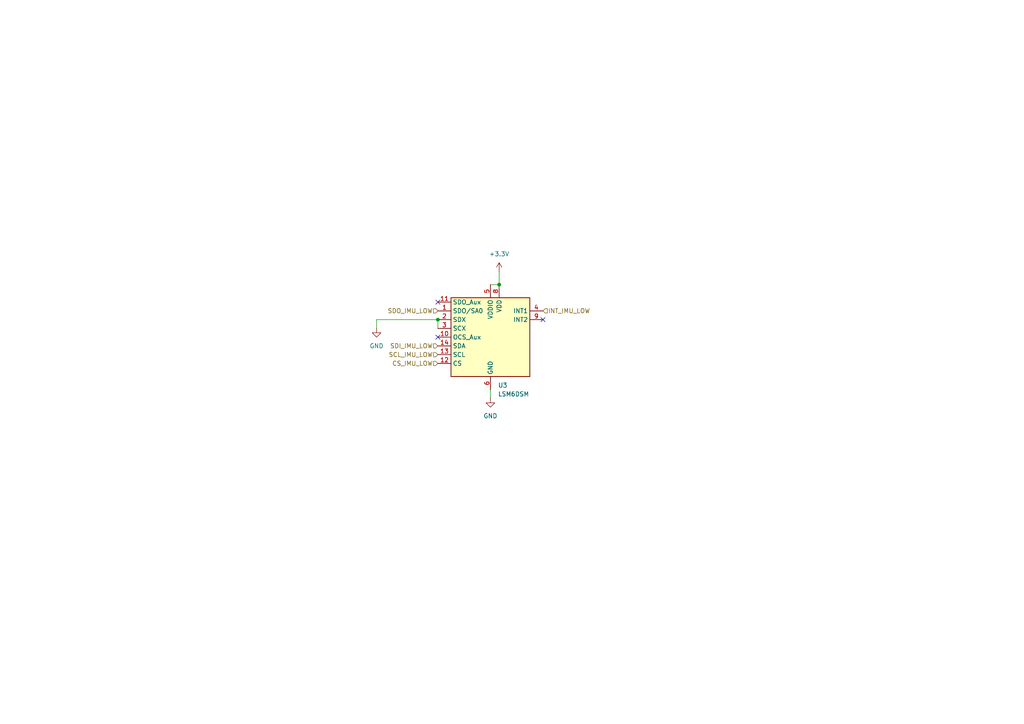
<source format=kicad_sch>
(kicad_sch (version 20231120) (generator "eeschema") (generator_version "8.0")
  (paper "A4")
  (lib_symbols
    (symbol "Sensor_Motion:LSM6DSM"
      (property "Reference" "U" (at -11.43 15.24 0))
      (property "Value" "LSM6DSM" (at -11.43 12.7 0))
      (symbol "LSM6DSM_0_1"
        (rectangle (start 11.43 11.43) (end -11.43 -11.43) (stroke (width 0.254)) (fill (type background)))
      )
      (symbol "LSM6DSM_1_1"
        (pin bidirectional line (at -15.24 7.62 0) (length 3.81) (name "SDO/SA0") (number "1"))
        (pin passive line (at -15.24 0 0) (length 3.81) (name "OCS_Aux") (number "10"))
        (pin bidirectional line (at -15.24 10.16 0) (length 3.81) (name "SDO_Aux") (number "11"))
        (pin input line (at -15.24 -7.62 0) (length 3.81) (name "CS") (number "12"))
        (pin input line (at -15.24 -5.08 0) (length 3.81) (name "SCL") (number "13"))
        (pin bidirectional line (at -15.24 -2.54 0) (length 3.81) (name "SDA") (number "14"))
        (pin bidirectional line (at -15.24 5.08 0) (length 3.81) (name "SDX") (number "2"))
        (pin input line (at -15.24 2.54 0) (length 3.81) (name "SCX") (number "3"))
        (pin output line (at 15.24 7.62 180) (length 3.81) (name "INT1") (number "4"))
        (pin power_in line (at 0 15.24 270) (length 3.81) (name "VDDIO") (number "5"))
        (pin power_in line (at 0 -15.24 90) (length 3.81) (name "GND") (number "6"))
        (pin passive line (at 0 -15.24 90) (length 3.81) hide (name "GND") (number "7"))
        (pin power_in line (at 2.54 15.24 270) (length 3.81) (name "VDD") (number "8"))
        (pin output line (at 15.24 5.08 180) (length 3.81) (name "INT2") (number "9"))
      )
    )
    (symbol "power:+3.3V" (power) (pin_numbers hide) (pin_names (offset 0) hide)
      (property "Value" "+3.3V" (at 0 3.556 0))
      (symbol "+3.3V_0_1"
        (polyline (pts (xy -0.762 1.27) (xy 0 2.54)))
        (polyline (pts (xy 0 0) (xy 0 2.54)))
        (polyline (pts (xy 0 2.54) (xy 0.762 1.27)))
      )
      (symbol "+3.3V_1_1"
        (pin power_in line (at 0 0 90) (length 0) (name "~") (number "1"))
      )
    )
    (symbol "power:GND" (power) (pin_numbers hide) (pin_names (offset 0) hide)
      (property "Value" "GND" (at 0 -3.81 0))
      (symbol "GND_0_1"
        (polyline (pts (xy 0 0) (xy 0 -1.27) (xy 1.27 -1.27) (xy 0 -2.54) (xy -1.27 -1.27) (xy 0 -1.27)))
      )
      (symbol "GND_1_1"
        (pin power_in line (at 0 0 270) (length 0) (name "~") (number "1"))
      )
    )
  )
  (junction (at 127 92.71))
  (junction (at 144.78 82.55))
  (no_connect (at 157.48 92.71))
  (no_connect (at 127 97.79))
  (no_connect (at 127 87.63))
  (wire (pts (xy 142.24 82.55) (xy 144.78 82.55)))
  (wire (pts (xy 142.24 115.57) (xy 142.24 113.03)))
  (wire (pts (xy 144.78 78.74) (xy 144.78 82.55)))
  (wire (pts (xy 127 92.71) (xy 127 95.25)))
  (wire (pts (xy 127 92.71) (xy 109.22 92.71)))
  (wire (pts (xy 109.22 92.71) (xy 109.22 95.25)))
  (hierarchical_label "INT_IMU_LOW" (shape input) (at 157.48 90.17 0))
  (hierarchical_label "SDO_IMU_LOW" (shape input) (at 127 90.17 180))
  (hierarchical_label "SDI_IMU_LOW" (shape input) (at 127 100.33 180))
  (hierarchical_label "SCL_IMU_LOW" (shape input) (at 127 102.87 180))
  (hierarchical_label "CS_IMU_LOW" (shape input) (at 127 105.41 180))
  (symbol (lib_id "power:+3.3V") (at 144.78 78.74 0) (unit 1)
    (property "Reference" "#PWR030" (effects (hide yes)))
    (property "Value" "+3.3V" (at 144.78 73.66 0))
    (property "Description" "Power symbol creates a global label with name \"+3.3V\"" (effects (hide yes)))
  )
  (symbol (lib_id "power:GND") (at 109.22 95.25 0) (unit 1)
    (property "Reference" "#PWR028" (effects (hide yes)))
    (property "Value" "GND" (at 109.22 100.33 0))
    (property "Description" "Power symbol creates a global label with name \"GND\" , ground" (effects (hide yes)))
  )
  (symbol (lib_id "power:GND") (at 142.24 115.57 0) (unit 1)
    (property "Reference" "#PWR029" (effects (hide yes)))
    (property "Value" "GND" (at 142.24 120.65 0))
    (property "Description" "Power symbol creates a global label with name \"GND\" , ground" (effects (hide yes)))
  )
  (symbol (lib_id "Sensor_Motion:LSM6DSM") (at 142.24 97.79 0) (unit 1)
    (property "Reference" "U3" (at 144.4341 111.76 0) (effects (justify left)))
    (property "Value" "LSM6DSM" (at 144.4341 114.3 0) (effects (justify left)))
    (property "Footprint" "Package_LGA:LGA-14_3x2.5mm_P0.5mm_LayoutBorder3x4y" (effects (hide yes)))
    (property "Datasheet" "https://www.st.com/resource/en/datasheet/lsm6dsm.pdf" (effects (hide yes)))
    (property "Description" "I2C/SPI, iNEMO inertial module: always-on 3D accelerometer and 3D gyroscope, with auxiliary SPI, 1.71V to 3.6V VCC" (effects (hide yes)))
  )
)
</source>
